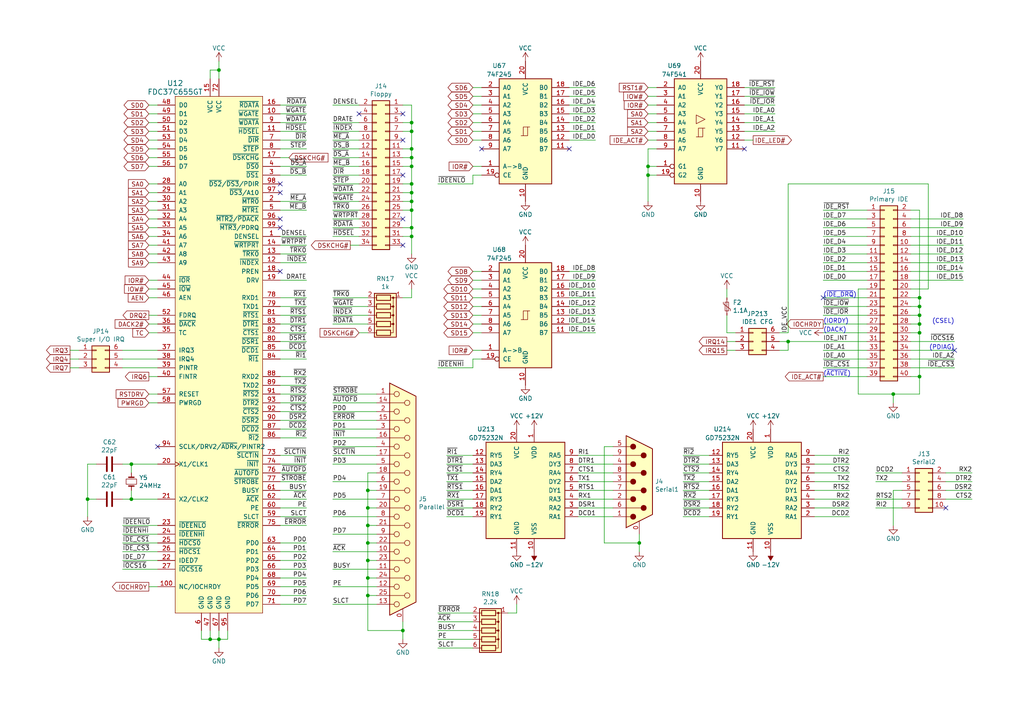
<source format=kicad_sch>
(kicad_sch (version 20231120) (generator "eeschema") (generator_version "8.0")
  (paper "A4")
  (title_block (title "PC110"))
  (junction (at 119.38 43.18))
  (junction (at 25.4 144.78))
  (junction (at 106.68 172.72))
  (junction (at 63.5 185.42))
  (junction (at 259.08 114.3))
  (junction (at 266.7 88.9))
  (junction (at 106.68 152.4))
  (junction (at 119.38 35.56))
  (junction (at 106.68 142.24))
  (junction (at 106.68 167.64))
  (junction (at 63.5 20.32))
  (junction (at 119.38 45.72))
  (junction (at 106.68 162.56))
  (junction (at 266.7 91.44))
  (junction (at 187.96 48.26))
  (junction (at 266.7 86.36))
  (junction (at 266.7 109.22))
  (junction (at 106.68 147.32))
  (junction (at 116.84 182.88))
  (junction (at 266.7 93.98))
  (junction (at 187.96 50.8))
  (junction (at 60.96 185.42))
  (junction (at 119.38 68.58))
  (junction (at 38.1 144.78))
  (junction (at 119.38 53.34))
  (junction (at 106.68 157.48))
  (junction (at 119.38 66.04))
  (junction (at 119.38 55.88))
  (junction (at 119.38 38.1))
  (junction (at 185.42 157.48))
  (junction (at 266.7 96.52))
  (junction (at 119.38 60.96))
  (junction (at 119.38 48.26))
  (junction (at 119.38 58.42))
  (junction (at 38.1 134.62))
  (junction (at 228.6 99.06))
  (no_connect (at 116.84 40.64))
  (no_connect (at 81.28 63.5))
  (no_connect (at 116.84 63.5))
  (no_connect (at 104.14 33.02))
  (no_connect (at 116.84 71.12))
  (no_connect (at 45.72 129.54))
  (no_connect (at 215.9 43.18))
  (no_connect (at 139.7 43.18))
  (no_connect (at 238.76 86.36))
  (no_connect (at 276.86 101.6))
  (no_connect (at 81.28 53.34))
  (no_connect (at 274.32 147.32))
  (no_connect (at 116.84 33.02))
  (no_connect (at 116.84 50.8))
  (no_connect (at 81.28 78.74))
  (no_connect (at 165.1 43.18))
  (no_connect (at 81.28 66.04))
  (no_connect (at 81.28 55.88))
  (wire (pts (xy 264.16 73.66) (xy 279.4 73.66)))
  (wire (pts (xy 266.7 91.44) (xy 266.7 93.98)))
  (wire (pts (xy 137.16 30.48) (xy 139.7 30.48)))
  (wire (pts (xy 45.72 157.48) (xy 35.56 157.48)))
  (wire (pts (xy 109.22 147.32) (xy 106.68 147.32)))
  (wire (pts (xy 251.46 63.5) (xy 238.76 63.5)))
  (wire (pts (xy 266.7 96.52) (xy 266.7 109.22)))
  (wire (pts (xy 264.16 68.58) (xy 279.4 68.58)))
  (wire (pts (xy 251.46 88.9) (xy 238.76 88.9)))
  (wire (pts (xy 81.28 114.3) (xy 88.9 114.3)))
  (wire (pts (xy 109.22 167.64) (xy 106.68 167.64)))
  (wire (pts (xy 266.7 93.98) (xy 266.7 96.52)))
  (wire (pts (xy 104.14 48.26) (xy 96.52 48.26)))
  (wire (pts (xy 175.26 157.48) (xy 185.42 157.48)))
  (wire (pts (xy 137.16 50.8) (xy 137.16 53.34)))
  (wire (pts (xy 213.36 96.52) (xy 210.82 96.52)))
  (wire (pts (xy 137.16 35.56) (xy 139.7 35.56)))
  (wire (pts (xy 246.38 137.16) (xy 236.22 137.16)))
  (wire (pts (xy 264.16 83.82) (xy 269.24 83.82)))
  (wire (pts (xy 81.28 38.1) (xy 88.9 38.1)))
  (wire (pts (xy 205.74 137.16) (xy 198.12 137.16)))
  (wire (pts (xy 45.72 60.96) (xy 43.18 60.96)))
  (wire (pts (xy 274.32 139.7) (xy 281.94 139.7)))
  (wire (pts (xy 45.72 55.88) (xy 43.18 55.88)))
  (wire (pts (xy 109.22 160.02) (xy 96.52 160.02)))
  (wire (pts (xy 137.16 104.14) (xy 139.7 104.14)))
  (wire (pts (xy 81.28 101.6) (xy 88.9 101.6)))
  (wire (pts (xy 210.82 101.6) (xy 213.36 101.6)))
  (wire (pts (xy 45.72 48.26) (xy 43.18 48.26)))
  (wire (pts (xy 261.62 147.32) (xy 254 147.32)))
  (wire (pts (xy 226.06 101.6) (xy 228.6 101.6)))
  (wire (pts (xy 63.5 20.32) (xy 60.96 20.32)))
  (wire (pts (xy 81.28 48.26) (xy 88.9 48.26)))
  (wire (pts (xy 137.16 182.88) (xy 127 182.88)))
  (wire (pts (xy 264.16 66.04) (xy 279.4 66.04)))
  (wire (pts (xy 106.68 152.4) (xy 106.68 157.48)))
  (wire (pts (xy 116.84 180.34) (xy 116.84 182.88)))
  (wire (pts (xy 45.72 91.44) (xy 43.18 91.44)))
  (wire (pts (xy 137.16 93.98) (xy 139.7 93.98)))
  (wire (pts (xy 116.84 182.88) (xy 116.84 185.42)))
  (wire (pts (xy 81.28 124.46) (xy 88.9 124.46)))
  (wire (pts (xy 45.72 58.42) (xy 43.18 58.42)))
  (wire (pts (xy 137.16 187.96) (xy 127 187.96)))
  (wire (pts (xy 266.7 109.22) (xy 266.7 114.3)))
  (wire (pts (xy 187.96 25.4) (xy 190.5 25.4)))
  (wire (pts (xy 35.56 106.68) (xy 45.72 106.68)))
  (wire (pts (xy 35.56 104.14) (xy 45.72 104.14)))
  (wire (pts (xy 246.38 149.86) (xy 236.22 149.86)))
  (wire (pts (xy 137.16 88.9) (xy 139.7 88.9)))
  (wire (pts (xy 104.14 63.5) (xy 96.52 63.5)))
  (wire (pts (xy 104.14 66.04) (xy 96.52 66.04)))
  (wire (pts (xy 45.72 45.72) (xy 43.18 45.72)))
  (wire (pts (xy 165.1 88.9) (xy 172.72 88.9)))
  (wire (pts (xy 137.16 104.14) (xy 137.16 106.68)))
  (wire (pts (xy 215.9 35.56) (xy 224.79 35.56)))
  (wire (pts (xy 104.14 43.18) (xy 96.52 43.18)))
  (wire (pts (xy 251.46 83.82) (xy 248.92 83.82)))
  (wire (pts (xy 190.5 48.26) (xy 187.96 48.26)))
  (wire (pts (xy 137.16 177.8) (xy 127 177.8)))
  (wire (pts (xy 228.6 99.06) (xy 251.46 99.06)))
  (wire (pts (xy 248.92 114.3) (xy 259.08 114.3)))
  (wire (pts (xy 45.72 86.36) (xy 43.18 86.36)))
  (wire (pts (xy 228.6 101.6) (xy 228.6 99.06)))
  (wire (pts (xy 251.46 91.44) (xy 238.76 91.44)))
  (wire (pts (xy 45.72 43.18) (xy 43.18 43.18)))
  (wire (pts (xy 251.46 81.28) (xy 238.76 81.28)))
  (wire (pts (xy 177.8 129.54) (xy 175.26 129.54)))
  (wire (pts (xy 96.52 144.78) (xy 109.22 144.78)))
  (wire (pts (xy 187.96 30.48) (xy 190.5 30.48)))
  (wire (pts (xy 165.1 40.64) (xy 172.72 40.64)))
  (wire (pts (xy 81.28 157.48) (xy 88.9 157.48)))
  (wire (pts (xy 210.82 96.52) (xy 210.82 91.44)))
  (wire (pts (xy 246.38 139.7) (xy 236.22 139.7)))
  (wire (pts (xy 116.84 58.42) (xy 119.38 58.42)))
  (wire (pts (xy 251.46 96.52) (xy 238.76 96.52)))
  (wire (pts (xy 81.28 142.24) (xy 88.9 142.24)))
  (wire (pts (xy 66.04 185.42) (xy 66.04 182.88)))
  (wire (pts (xy 96.52 129.54) (xy 109.22 129.54)))
  (wire (pts (xy 81.28 58.42) (xy 88.9 58.42)))
  (wire (pts (xy 106.68 88.9) (xy 96.52 88.9)))
  (wire (pts (xy 81.28 60.96) (xy 88.9 60.96)))
  (wire (pts (xy 116.84 53.34) (xy 119.38 53.34)))
  (wire (pts (xy 167.64 137.16) (xy 177.8 137.16)))
  (wire (pts (xy 116.84 43.18) (xy 119.38 43.18)))
  (wire (pts (xy 264.16 91.44) (xy 266.7 91.44)))
  (wire (pts (xy 45.72 152.4) (xy 35.56 152.4)))
  (wire (pts (xy 137.16 101.6) (xy 139.7 101.6)))
  (wire (pts (xy 81.28 121.92) (xy 88.9 121.92)))
  (wire (pts (xy 215.9 38.1) (xy 224.79 38.1)))
  (wire (pts (xy 81.28 139.7) (xy 88.9 139.7)))
  (wire (pts (xy 119.38 53.34) (xy 119.38 55.88)))
  (wire (pts (xy 165.1 33.02) (xy 172.72 33.02)))
  (wire (pts (xy 246.38 132.08) (xy 236.22 132.08)))
  (wire (pts (xy 137.16 38.1) (xy 139.7 38.1)))
  (wire (pts (xy 81.28 81.28) (xy 88.9 81.28)))
  (wire (pts (xy 81.28 111.76) (xy 88.9 111.76)))
  (wire (pts (xy 81.28 76.2) (xy 88.9 76.2)))
  (wire (pts (xy 274.32 142.24) (xy 281.94 142.24)))
  (wire (pts (xy 96.52 139.7) (xy 109.22 139.7)))
  (wire (pts (xy 81.28 127) (xy 88.9 127)))
  (wire (pts (xy 261.62 144.78) (xy 254 144.78)))
  (wire (pts (xy 137.16 27.94) (xy 139.7 27.94)))
  (wire (pts (xy 119.38 30.48) (xy 119.38 35.56)))
  (wire (pts (xy 109.22 154.94) (xy 96.52 154.94)))
  (wire (pts (xy 104.14 50.8) (xy 96.52 50.8)))
  (wire (pts (xy 165.1 38.1) (xy 172.72 38.1)))
  (wire (pts (xy 264.16 106.68) (xy 276.86 106.68)))
  (wire (pts (xy 119.38 66.04) (xy 119.38 68.58)))
  (wire (pts (xy 137.16 53.34) (xy 127 53.34)))
  (wire (pts (xy 81.28 132.08) (xy 88.9 132.08)))
  (wire (pts (xy 45.72 73.66) (xy 43.18 73.66)))
  (wire (pts (xy 43.18 170.18) (xy 45.72 170.18)))
  (wire (pts (xy 63.5 182.88) (xy 63.5 185.42)))
  (wire (pts (xy 165.1 27.94) (xy 172.72 27.94)))
  (wire (pts (xy 205.74 134.62) (xy 198.12 134.62)))
  (wire (pts (xy 38.1 144.78) (xy 38.1 142.24)))
  (wire (pts (xy 215.9 27.94) (xy 224.79 27.94)))
  (wire (pts (xy 81.28 96.52) (xy 88.9 96.52)))
  (wire (pts (xy 165.1 35.56) (xy 172.72 35.56)))
  (wire (pts (xy 187.96 38.1) (xy 190.5 38.1)))
  (wire (pts (xy 119.38 45.72) (xy 119.38 48.26)))
  (wire (pts (xy 63.5 20.32) (xy 63.5 17.78)))
  (wire (pts (xy 106.68 162.56) (xy 106.68 167.64)))
  (wire (pts (xy 264.16 76.2) (xy 279.4 76.2)))
  (wire (pts (xy 81.28 172.72) (xy 88.9 172.72)))
  (wire (pts (xy 45.72 81.28) (xy 43.18 81.28)))
  (wire (pts (xy 264.16 101.6) (xy 276.86 101.6)))
  (wire (pts (xy 137.16 137.16) (xy 129.54 137.16)))
  (wire (pts (xy 96.52 124.46) (xy 109.22 124.46)))
  (wire (pts (xy 58.42 185.42) (xy 60.96 185.42)))
  (wire (pts (xy 81.28 68.58) (xy 88.9 68.58)))
  (wire (pts (xy 274.32 137.16) (xy 281.94 137.16)))
  (wire (pts (xy 266.7 88.9) (xy 266.7 91.44)))
  (wire (pts (xy 45.72 109.22) (xy 43.18 109.22)))
  (wire (pts (xy 22.86 106.68) (xy 20.32 106.68)))
  (wire (pts (xy 137.16 86.36) (xy 139.7 86.36)))
  (wire (pts (xy 45.72 33.02) (xy 43.18 33.02)))
  (wire (pts (xy 264.16 99.06) (xy 276.86 99.06)))
  (wire (pts (xy 45.72 68.58) (xy 43.18 68.58)))
  (wire (pts (xy 187.96 48.26) (xy 187.96 50.8)))
  (wire (pts (xy 119.38 38.1) (xy 119.38 43.18)))
  (wire (pts (xy 45.72 76.2) (xy 43.18 76.2)))
  (wire (pts (xy 264.16 88.9) (xy 266.7 88.9)))
  (wire (pts (xy 109.22 149.86) (xy 96.52 149.86)))
  (wire (pts (xy 205.74 144.78) (xy 198.12 144.78)))
  (wire (pts (xy 226.06 99.06) (xy 228.6 99.06)))
  (wire (pts (xy 35.56 165.1) (xy 45.72 165.1)))
  (wire (pts (xy 251.46 106.68) (xy 238.76 106.68)))
  (wire (pts (xy 60.96 185.42) (xy 63.5 185.42)))
  (wire (pts (xy 81.28 134.62) (xy 88.9 134.62)))
  (wire (pts (xy 248.92 83.82) (xy 248.92 114.3)))
  (wire (pts (xy 45.72 83.82) (xy 43.18 83.82)))
  (wire (pts (xy 119.38 43.18) (xy 119.38 45.72)))
  (wire (pts (xy 264.16 93.98) (xy 266.7 93.98)))
  (wire (pts (xy 251.46 71.12) (xy 238.76 71.12)))
  (wire (pts (xy 137.16 134.62) (xy 129.54 134.62)))
  (wire (pts (xy 165.1 96.52) (xy 172.72 96.52)))
  (wire (pts (xy 165.1 86.36) (xy 172.72 86.36)))
  (wire (pts (xy 213.36 99.06) (xy 210.82 99.06)))
  (wire (pts (xy 119.38 35.56) (xy 119.38 38.1)))
  (wire (pts (xy 137.16 91.44) (xy 139.7 91.44)))
  (wire (pts (xy 63.5 185.42) (xy 66.04 185.42)))
  (wire (pts (xy 264.16 96.52) (xy 266.7 96.52)))
  (wire (pts (xy 106.68 137.16) (xy 106.68 142.24)))
  (wire (pts (xy 104.14 71.12) (xy 101.6 71.12)))
  (wire (pts (xy 38.1 134.62) (xy 45.72 134.62)))
  (wire (pts (xy 137.16 81.28) (xy 139.7 81.28)))
  (wire (pts (xy 81.28 170.18) (xy 88.9 170.18)))
  (wire (pts (xy 81.28 50.8) (xy 88.9 50.8)))
  (wire (pts (xy 264.16 60.96) (xy 266.7 60.96)))
  (wire (pts (xy 45.72 63.5) (xy 43.18 63.5)))
  (wire (pts (xy 127 106.68) (xy 137.16 106.68)))
  (wire (pts (xy 109.22 152.4) (xy 106.68 152.4)))
  (wire (pts (xy 35.56 144.78) (xy 38.1 144.78)))
  (wire (pts (xy 246.38 147.32) (xy 236.22 147.32)))
  (wire (pts (xy 246.38 142.24) (xy 236.22 142.24)))
  (wire (pts (xy 104.14 55.88) (xy 96.52 55.88)))
  (wire (pts (xy 274.32 144.78) (xy 281.94 144.78)))
  (wire (pts (xy 116.84 66.04) (xy 119.38 66.04)))
  (wire (pts (xy 226.06 96.52) (xy 228.6 96.52)))
  (wire (pts (xy 106.68 91.44) (xy 96.52 91.44)))
  (wire (pts (xy 167.64 144.78) (xy 177.8 144.78)))
  (wire (pts (xy 60.96 182.88) (xy 60.96 185.42)))
  (wire (pts (xy 165.1 83.82) (xy 172.72 83.82)))
  (wire (pts (xy 137.16 25.4) (xy 139.7 25.4)))
  (wire (pts (xy 45.72 35.56) (xy 43.18 35.56)))
  (wire (pts (xy 81.28 86.36) (xy 88.9 86.36)))
  (wire (pts (xy 25.4 144.78) (xy 25.4 149.86)))
  (wire (pts (xy 137.16 96.52) (xy 139.7 96.52)))
  (wire (pts (xy 119.38 48.26) (xy 119.38 53.34)))
  (wire (pts (xy 109.22 157.48) (xy 106.68 157.48)))
  (wire (pts (xy 45.72 40.64) (xy 43.18 40.64)))
  (wire (pts (xy 109.22 170.18) (xy 96.52 170.18)))
  (wire (pts (xy 81.28 93.98) (xy 88.9 93.98)))
  (wire (pts (xy 251.46 86.36) (xy 238.76 86.36)))
  (wire (pts (xy 81.28 160.02) (xy 88.9 160.02)))
  (wire (pts (xy 22.86 104.14) (xy 20.32 104.14)))
  (wire (pts (xy 35.56 134.62) (xy 38.1 134.62)))
  (wire (pts (xy 106.68 167.64) (xy 106.68 172.72)))
  (wire (pts (xy 259.08 114.3) (xy 266.7 114.3)))
  (wire (pts (xy 167.64 139.7) (xy 177.8 139.7)))
  (wire (pts (xy 137.16 144.78) (xy 129.54 144.78)))
  (wire (pts (xy 45.72 114.3) (xy 43.18 114.3)))
  (wire (pts (xy 167.64 147.32) (xy 177.8 147.32)))
  (wire (pts (xy 106.68 86.36) (xy 96.52 86.36)))
  (wire (pts (xy 109.22 142.24) (xy 106.68 142.24)))
  (wire (pts (xy 109.22 121.92) (xy 96.52 121.92)))
  (wire (pts (xy 45.72 71.12) (xy 43.18 71.12)))
  (wire (pts (xy 45.72 162.56) (xy 35.56 162.56)))
  (wire (pts (xy 81.28 109.22) (xy 88.9 109.22)))
  (wire (pts (xy 137.16 149.86) (xy 129.54 149.86)))
  (wire (pts (xy 251.46 68.58) (xy 238.76 68.58)))
  (wire (pts (xy 264.16 78.74) (xy 279.4 78.74)))
  (wire (pts (xy 137.16 139.7) (xy 129.54 139.7)))
  (wire (pts (xy 251.46 93.98) (xy 238.76 93.98)))
  (wire (pts (xy 266.7 60.96) (xy 266.7 86.36)))
  (wire (pts (xy 45.72 53.34) (xy 43.18 53.34)))
  (wire (pts (xy 175.26 129.54) (xy 175.26 157.48)))
  (wire (pts (xy 187.96 43.18) (xy 187.96 48.26)))
  (wire (pts (xy 45.72 160.02) (xy 35.56 160.02)))
  (wire (pts (xy 25.4 144.78) (xy 25.4 134.62)))
  (wire (pts (xy 104.14 60.96) (xy 96.52 60.96)))
  (wire (pts (xy 261.62 137.16) (xy 254 137.16)))
  (wire (pts (xy 109.22 127) (xy 96.52 127)))
  (wire (pts (xy 246.38 144.78) (xy 236.22 144.78)))
  (wire (pts (xy 104.14 30.48) (xy 96.52 30.48)))
  (wire (pts (xy 185.42 157.48) (xy 185.42 154.94)))
  (wire (pts (xy 251.46 66.04) (xy 238.76 66.04)))
  (wire (pts (xy 60.96 20.32) (xy 60.96 22.86)))
  (wire (pts (xy 81.28 167.64) (xy 88.9 167.64)))
  (wire (pts (xy 81.28 104.14) (xy 88.9 104.14)))
  (wire (pts (xy 45.72 30.48) (xy 43.18 30.48)))
  (wire (pts (xy 264.16 104.14) (xy 276.86 104.14)))
  (wire (pts (xy 58.42 182.88) (xy 58.42 185.42)))
  (wire (pts (xy 81.28 137.16) (xy 88.9 137.16)))
  (wire (pts (xy 109.22 175.26) (xy 96.52 175.26)))
  (wire (pts (xy 187.96 40.64) (xy 190.5 40.64)))
  (wire (pts (xy 45.72 116.84) (xy 43.18 116.84)))
  (wire (pts (xy 137.16 33.02) (xy 139.7 33.02)))
  (wire (pts (xy 81.28 91.44) (xy 88.9 91.44)))
  (wire (pts (xy 38.1 144.78) (xy 45.72 144.78)))
  (wire (pts (xy 116.84 86.36) (xy 119.38 86.36)))
  (wire (pts (xy 25.4 134.62) (xy 27.94 134.62)))
  (wire (pts (xy 81.28 30.48) (xy 88.9 30.48)))
  (wire (pts (xy 264.16 86.36) (xy 266.7 86.36)))
  (wire (pts (xy 116.84 45.72) (xy 119.38 45.72)))
  (wire (pts (xy 104.14 53.34) (xy 96.52 53.34)))
  (wire (pts (xy 261.62 142.24) (xy 259.08 142.24)))
  (wire (pts (xy 81.28 144.78) (xy 88.9 144.78)))
  (wire (pts (xy 81.28 175.26) (xy 88.9 175.26)))
  (wire (pts (xy 228.6 53.34) (xy 269.24 53.34)))
  (wire (pts (xy 106.68 96.52) (xy 104.14 96.52)))
  (wire (pts (xy 106.68 142.24) (xy 106.68 147.32)))
  (wire (pts (xy 165.1 81.28) (xy 172.72 81.28)))
  (wire (pts (xy 205.74 149.86) (xy 198.12 149.86)))
  (wire (pts (xy 109.22 132.08) (xy 96.52 132.08)))
  (wire (pts (xy 251.46 78.74) (xy 238.76 78.74)))
  (wire (pts (xy 63.5 187.96) (xy 63.5 185.42)))
  (wire (pts (xy 215.9 25.4) (xy 224.79 25.4)))
  (wire (pts (xy 137.16 40.64) (xy 139.7 40.64)))
  (wire (pts (xy 205.74 142.24) (xy 198.12 142.24)))
  (wire (pts (xy 167.64 142.24) (xy 177.8 142.24)))
  (wire (pts (xy 165.1 91.44) (xy 172.72 91.44)))
  (wire (pts (xy 45.72 93.98) (xy 43.18 93.98)))
  (wire (pts (xy 81.28 149.86) (xy 88.9 149.86)))
  (wire (pts (xy 264.16 109.22) (xy 266.7 109.22)))
  (wire (pts (xy 119.38 58.42) (xy 119.38 60.96)))
  (wire (pts (xy 106.68 157.48) (xy 106.68 162.56)))
  (wire (pts (xy 228.6 96.52) (xy 228.6 53.34)))
  (wire (pts (xy 165.1 78.74) (xy 172.72 78.74)))
  (wire (pts (xy 266.7 86.36) (xy 266.7 88.9)))
  (wire (pts (xy 106.68 147.32) (xy 106.68 152.4)))
  (wire (pts (xy 251.46 76.2) (xy 238.76 76.2)))
  (wire (pts (xy 190.5 50.8) (xy 187.96 50.8)))
  (wire (pts (xy 251.46 104.14) (xy 238.76 104.14)))
  (wire (pts (xy 106.68 172.72) (xy 106.68 182.88)))
  (wire (pts (xy 116.84 60.96) (xy 119.38 60.96)))
  (wire (pts (xy 104.14 38.1) (xy 96.52 38.1)))
  (wire (pts (xy 109.22 172.72) (xy 106.68 172.72)))
  (wire (pts (xy 81.28 165.1) (xy 88.9 165.1)))
  (wire (pts (xy 96.52 119.38) (xy 109.22 119.38)))
  (wire (pts (xy 215.9 40.64) (xy 218.44 40.64)))
  (wire (pts (xy 251.46 109.22) (xy 238.76 109.22)))
  (wire (pts (xy 81.28 43.18) (xy 88.9 43.18)))
  (wire (pts (xy 187.96 43.18) (xy 190.5 43.18)))
  (wire (pts (xy 167.64 149.86) (xy 177.8 149.86)))
  (wire (pts (xy 106.68 182.88) (xy 116.84 182.88)))
  (wire (pts (xy 109.22 137.16) (xy 106.68 137.16)))
  (wire (pts (xy 116.84 55.88) (xy 119.38 55.88)))
  (wire (pts (xy 109.22 162.56) (xy 106.68 162.56)))
  (wire (pts (xy 264.16 71.12) (xy 279.4 71.12)))
  (wire (pts (xy 119.38 68.58) (xy 119.38 73.66)))
  (wire (pts (xy 20.32 101.6) (xy 22.86 101.6)))
  (wire (pts (xy 210.82 86.36) (xy 210.82 83.82)))
  (wire (pts (xy 149.86 177.8) (xy 149.86 175.26)))
  (wire (pts (xy 259.08 142.24) (xy 259.08 152.4)))
  (wire (pts (xy 96.52 114.3) (xy 109.22 114.3)))
  (wire (pts (xy 137.16 180.34) (xy 127 180.34)))
  (wire (pts (xy 187.96 33.02) (xy 190.5 33.02)))
  (wire (pts (xy 81.28 73.66) (xy 88.9 73.66)))
  (wire (pts (xy 35.56 101.6) (xy 45.72 101.6)))
  (wire (pts (xy 167.64 132.08) (xy 177.8 132.08)))
  (wire (pts (xy 187.96 27.94) (xy 190.5 27.94)))
  (wire (pts (xy 251.46 101.6) (xy 238.76 101.6)))
  (wire (pts (xy 81.28 33.02) (xy 88.9 33.02)))
  (wire (pts (xy 81.28 40.64) (xy 88.9 40.64)))
  (wire (pts (xy 215.9 30.48) (xy 224.79 30.48)))
  (wire (pts (xy 63.5 22.86) (xy 63.5 20.32)))
  (wire (pts (xy 116.84 30.48) (xy 119.38 30.48)))
  (wire (pts (xy 104.14 45.72) (xy 96.52 45.72)))
  (wire (pts (xy 106.68 93.98) (xy 96.52 93.98)))
  (wire (pts (xy 116.84 48.26) (xy 119.38 48.26)))
  (wire (pts (xy 81.28 35.56) (xy 88.9 35.56)))
  (wire (pts (xy 137.16 147.32) (xy 129.54 147.32)))
  (wire (pts (xy 104.14 40.64) (xy 96.52 40.64)))
  (wire (pts (xy 81.28 45.72) (xy 83.82 45.72)))
  (wire (pts (xy 139.7 50.8) (xy 137.16 50.8)))
  (wire (pts (xy 137.16 185.42) (xy 127 185.42)))
  (wire (pts (xy 81.28 119.38) (xy 88.9 119.38)))
  (wire (pts (xy 81.28 147.32) (xy 88.9 147.32)))
  (wire (pts (xy 137.16 83.82) (xy 139.7 83.82)))
  (wire (pts (xy 81.28 88.9) (xy 88.9 88.9)))
  (wire (pts (xy 251.46 73.66) (xy 238.76 73.66)))
  (wire (pts (xy 264.16 81.28) (xy 279.4 81.28)))
  (wire (pts (xy 215.9 33.02) (xy 224.79 33.02)))
  (wire (pts (xy 251.46 60.96) (xy 238.76 60.96)))
  (wire (pts (xy 264.16 63.5) (xy 279.4 63.5)))
  (wire (pts (xy 205.74 132.08) (xy 198.12 132.08)))
  (wire (pts (xy 81.28 99.06) (xy 88.9 99.06)))
  (wire (pts (xy 165.1 30.48) (xy 172.72 30.48)))
  (wire (pts (xy 185.42 157.48) (xy 185.42 160.02)))
  (wire (pts (xy 38.1 134.62) (xy 38.1 137.16)))
  (wire (pts (xy 205.74 147.32) (xy 198.12 147.32)))
  (wire (pts (xy 104.14 35.56) (xy 96.52 35.56)))
  (wire (pts (xy 104.14 68.58) (xy 96.52 68.58)))
  (wire (pts (xy 147.32 177.8) (xy 149.86 177.8)))
  (wire (pts (xy 259.08 116.84) (xy 259.08 114.3)))
  (wire (pts (xy 137.16 48.26) (xy 139.7 48.26)))
  (wire (pts (xy 167.64 134.62) (xy 177.8 134.62)))
  (wire (pts (xy 116.84 35.56) (xy 119.38 35.56)))
  (wire (pts (xy 119.38 55.88) (xy 119.38 58.42)))
  (wire (pts (xy 116.84 68.58) (xy 119.38 68.58)))
  (wire (pts (xy 104.14 58.42) (xy 96.52 58.42)))
  (wire (pts (xy 81.28 116.84) (xy 88.9 116.84)))
  (wire (pts (xy 246.38 134.62) (xy 236.22 134.62)))
  (wire (pts (xy 165.1 93.98) (xy 172.72 93.98)))
  (wire (pts (xy 261.62 139.7) (xy 254 139.7)))
  (wire (pts (xy 45.72 66.04) (xy 43.18 66.04)))
  (wire (pts (xy 27.94 144.78) (xy 25.4 144.78)))
  (wire (pts (xy 165.1 25.4) (xy 172.72 25.4)))
  (wire (pts (xy 187.96 50.8) (xy 187.96 58.42)))
  (wire (pts (xy 45.72 38.1) (xy 43.18 38.1)))
  (wire (pts (xy 96.52 116.84) (xy 109.22 116.84)))
  (wire (pts (xy 81.28 152.4) (xy 88.9 152.4)))
  (wire (pts (xy 137.16 132.08) (xy 129.54 132.08)))
  (wire (pts (xy 269.24 53.34) (xy 269.24 83.82)))
  (wire (pts (xy 96.52 134.62) (xy 109.22 134.62)))
  (wire (pts (xy 137.16 142.24) (xy 129.54 142.24)))
  (wire (pts (xy 187.96 35.56) (xy 190.5 35.56)))
  (wire (pts (xy 137.16 78.74) (xy 139.7 78.74)))
  (wire (pts (xy 81.28 71.12) (xy 88.9 71.12)))
  (wire (pts (xy 81.28 162.56) (xy 88.9 162.56)))
  (wire (pts (xy 119.38 86.36) (xy 119.38 83.82)))
  (wire (pts (xy 119.38 60.96) (xy 119.38 66.04)))
  (wire (pts (xy 109.22 165.1) (xy 96.52 165.1)))
  (wire (pts (xy 45.72 154.94) (xy 35.56 154.94)))
  (wire (pts (xy 45.72 96.52) (xy 43.18 96.52)))
  (wire (pts (xy 205.74 139.7) (xy 198.12 139.7)))
  (wire (pts (xy 116.84 38.1) (xy 119.38 38.1)))
  (text "(PDIAG)" (at 276.86 101.6 0) (effects (font (size 1.27 1.27)) (justify right bottom)))
  (text "(~{IDE_DRQ})" (at 238.76 86.36 0) (effects (font (size 1.27 1.27)) (justify left bottom)))
  (text "(~{ACTIVE})" (at 238.76 109.22 0) (effects (font (size 1.27 1.27)) (justify left bottom)))
  (text "(CSEL)" (at 276.86 93.98 0) (effects (font (size 1.27 1.27)) (justify right bottom)))
  (text "(IORDY)" (at 238.76 93.98 0) (effects (font (size 1.27 1.27)) (justify left bottom)))
  (text "(DACK)" (at 238.76 96.52 0) (effects (font (size 1.27 1.27)) (justify left bottom)))
  (label "~{IOCS16}" (at 35.56 165.1 0))
  (label "IDE_D0" (at 172.72 40.64 180))
  (label "~{IDE_IOR}" (at 224.79 30.48 180))
  (label "~{INIT}" (at 96.52 127 0))
  (label "RI2" (at 254 147.32 0))
  (label "IDE_D10" (at 172.72 83.82 180))
  (label "~{IDE_IOW}" (at 224.79 27.94 180))
  (label "~{STEP}" (at 88.9 43.18 180))
  (label "PD7" (at 88.9 175.26 180))
  (label "IDE_D3" (at 172.72 33.02 180))
  (label "~{IDEENHI}" (at 35.56 154.94 0))
  (label "~{RTS2}" (at 198.12 142.24 0))
  (label "IDE_D7" (at 238.76 63.5 0))
  (label "~{RX2}" (at 88.9 109.22 180))
  (label "BUSY" (at 127 182.88 0))
  (label "~{IDE_CS1}" (at 238.76 106.68 0))
  (label "~{SLCTIN}" (at 96.52 132.08 0))
  (label "BUSY" (at 96.52 165.1 0))
  (label "~{ACK}" (at 127 180.34 0))
  (label "TX2" (at 254 139.7 0))
  (label "IDE_D2" (at 238.76 76.2 0))
  (label "~{WRTPRT}" (at 96.52 63.5 0))
  (label "~{CTS1}" (at 88.9 96.52 180))
  (label "DTR2" (at 281.94 139.7 180))
  (label "~{RTS2}" (at 88.9 114.3 180))
  (label "~{WRTPRT}" (at 88.9 71.12 180))
  (label "DENSEL" (at 88.9 68.58 180))
  (label "IDE_D13" (at 172.72 91.44 180))
  (label "CTS1" (at 167.64 137.16 0))
  (label "PD5" (at 88.9 170.18 180))
  (label "~{RDATA}" (at 96.52 93.98 0))
  (label "~{ACK}" (at 96.52 160.02 0))
  (label "IDE_D10" (at 279.4 68.58 180))
  (label "IDE_A0" (at 224.79 33.02 180))
  (label "~{ERROR}" (at 96.52 121.92 0))
  (label "~{DCD2}" (at 88.9 124.46 180))
  (label "~{TX1}" (at 129.54 139.7 0))
  (label "~{IDEENLO}" (at 127 53.34 0))
  (label "IDE_D4" (at 238.76 71.12 0))
  (label "~{DTR2}" (at 198.12 134.62 0))
  (label "PD4" (at 88.9 167.64 180))
  (label "PD2" (at 96.52 129.54 0))
  (label "~{IDE_RST}" (at 238.76 60.96 0))
  (label "~{WGATE}" (at 96.52 88.9 0))
  (label "PD1" (at 88.9 160.02 180))
  (label "PD0" (at 88.9 157.48 180))
  (label "PD6" (at 88.9 172.72 180))
  (label "RI2" (at 246.38 132.08 180))
  (label "IDE_A0" (at 238.76 104.14 0))
  (label "~{RX2}" (at 198.12 144.78 0))
  (label "~{IDE_IOR}" (at 238.76 91.44 0))
  (label "TX1" (at 167.64 139.7 0))
  (label "IDE_VCC" (at 228.6 96.52 90))
  (label "~{WGATE}" (at 96.52 58.42 0))
  (label "SLCT" (at 88.9 149.86 180))
  (label "IDE_D14" (at 279.4 78.74 180))
  (label "~{INDEX}" (at 96.52 38.1 0))
  (label "~{STROBE}" (at 88.9 139.7 180))
  (label "~{ME_B}" (at 88.9 60.96 180))
  (label "IDE_D12" (at 172.72 88.9 180))
  (label "~{AUTOFD}" (at 96.52 116.84 0))
  (label "~{DS_A}" (at 88.9 48.26 180))
  (label "IDE_D15" (at 279.4 81.28 180))
  (label "~{IDEENLO}" (at 35.56 152.4 0))
  (label "~{DTR1}" (at 129.54 134.62 0))
  (label "~{RDATA}" (at 88.9 30.48 180))
  (label "~{RI1}" (at 88.9 104.14 180))
  (label "~{ME_B}" (at 96.52 48.26 0))
  (label "~{INDEX}" (at 96.52 91.44 0))
  (label "~{DCD2}" (at 198.12 149.86 0))
  (label "~{AUTOFD}" (at 88.9 137.16 180))
  (label "IDE_D14" (at 172.72 93.98 180))
  (label "RX2" (at 246.38 144.78 180))
  (label "~{ACK}" (at 88.9 144.78 180))
  (label "PD3" (at 96.52 134.62 0))
  (label "IDE_D2" (at 172.72 35.56 180))
  (label "IDE_D1" (at 238.76 78.74 0))
  (label "SLCT" (at 127 187.96 0))
  (label "DCD2" (at 254 137.16 0))
  (label "PD2" (at 88.9 162.56 180))
  (label "~{TX2}" (at 198.12 139.7 0))
  (label "~{CTS2}" (at 198.12 137.16 0))
  (label "DTR1" (at 167.64 134.62 0))
  (label "RTS2" (at 246.38 142.24 180))
  (label "DCD1" (at 167.64 149.86 0))
  (label "~{WDATA}" (at 88.9 35.56 180))
  (label "PE" (at 88.9 147.32 180))
  (label "DENSEL" (at 96.52 30.48 0))
  (label "~{ERROR}" (at 88.9 152.4 180))
  (label "~{RI2}" (at 88.9 127 180))
  (label "IDE_D0" (at 238.76 81.28 0))
  (label "PD4" (at 96.52 139.7 0))
  (label "~{ME_A}" (at 88.9 58.42 180))
  (label "~{WDATA}" (at 96.52 55.88 0))
  (label "PD7" (at 96.52 154.94 0))
  (label "SLCT" (at 96.52 175.26 0))
  (label "~{DTR2}" (at 88.9 116.84 180))
  (label "IDE_D1" (at 172.72 38.1 180))
  (label "~{INDEX}" (at 88.9 76.2 180))
  (label "~{DCD1}" (at 129.54 149.86 0))
  (label "IDE_D13" (at 279.4 76.2 180))
  (label "~{ERROR}" (at 127 177.8 0))
  (label "IDE_D5" (at 238.76 68.58 0))
  (label "IDE_D12" (at 279.4 73.66 180))
  (label "~{IDE_IOW}" (at 238.76 88.9 0))
  (label "~{TRK0}" (at 88.9 73.66 180))
  (label "~{DSR1}" (at 129.54 147.32 0))
  (label "~{TX1}" (at 88.9 88.9 180))
  (label "PD1" (at 96.52 124.46 0))
  (label "~{DSR1}" (at 88.9 99.06 180))
  (label "IDE_D11" (at 172.72 86.36 180))
  (label "IDE_D4" (at 172.72 30.48 180))
  (label "PE" (at 127 185.42 0))
  (label "~{CTS2}" (at 88.9 119.38 180))
  (label "BUSY" (at 88.9 142.24 180))
  (label "~{IOCS16}" (at 276.86 99.06 180))
  (label "~{IDE_CS3}" (at 276.86 106.68 180))
  (label "IDE_D6" (at 172.72 25.4 180))
  (label "~{RI1}" (at 129.54 132.08 0))
  (label "IDE_D9" (at 279.4 66.04 180))
  (label "~{STEP}" (at 96.52 53.34 0))
  (label "~{RDATA}" (at 96.52 66.04 0))
  (label "IDE_D11" (at 279.4 71.12 180))
  (label "~{SLCTIN}" (at 88.9 132.08 180))
  (label "~{DTR1}" (at 88.9 93.98 180))
  (label "~{RX1}" (at 88.9 86.36 180))
  (label "~{RI2}" (at 198.12 132.08 0))
  (label "IDE_A1" (at 238.76 101.6 0))
  (label "~{RTS1}" (at 88.9 91.44 180))
  (label "~{CTS1}" (at 129.54 137.16 0))
  (label "IDE_A2" (at 224.79 38.1 180))
  (label "~{DIR}" (at 96.52 50.8 0))
  (label "~{IDE_RST}" (at 224.79 25.4 180))
  (label "~{DIR}" (at 88.9 40.64 180))
  (label "IDE_D7" (at 35.56 162.56 0))
  (label "PE" (at 96.52 170.18 0))
  (label "PD0" (at 96.52 119.38 0))
  (label "PD6" (at 96.52 149.86 0))
  (label "~{DS_A}" (at 96.52 45.72 0))
  (label "RTS2" (at 254 144.78 0))
  (label "~{IDE_CS1}" (at 35.56 157.48 0))
  (label "RX2" (at 281.94 137.16 180))
  (label "IDE_D5" (at 172.72 27.94 180))
  (label "CTS2" (at 246.38 137.16 180))
  (label "~{DCD1}" (at 88.9 101.6 180))
  (label "~{STROBE}" (at 96.52 114.3 0))
  (label "~{DSR2}" (at 88.9 121.92 180))
  (label "IDE_D8" (at 279.4 63.5 180))
  (label "~{INIT}" (at 88.9 134.62 180))
  (label "DRATE" (at 96.52 35.56 0))
  (label "DCD2" (at 246.38 149.86 180))
  (label "IDE_A2" (at 276.86 104.14 180))
  (label "PD5" (at 96.52 144.78 0))
  (label "DSR2" (at 246.38 147.32 180))
  (label "DSR1" (at 167.64 147.32 0))
  (label "~{ME_A}" (at 96.52 40.64 0))
  (label "~{IDE_CS3}" (at 35.56 160.02 0))
  (label "IDE_D15" (at 172.72 96.52 180))
  (label "~{TX2}" (at 88.9 111.76 180))
  (label "IDE_INT" (at 238.76 99.06 0))
  (label "IDE_D9" (at 172.72 81.28 180))
  (label "IDE_D6" (at 238.76 66.04 0))
  (label "~{DS_B}" (at 88.9 50.8 180))
  (label "~{WGATE}" (at 88.9 33.02 180))
  (label "DRATE" (at 88.9 81.28 180))
  (label "~{IDEENHI}" (at 127 106.68 0))
  (label "~{HDSEL}" (at 96.52 68.58 0))
  (label "CTS2" (at 281.94 144.78 180))
  (label "DSR2" (at 281.94 142.24 180))
  (label "~{RX1}" (at 129.54 144.78 0))
  (label "RX1" (at 167.64 144.78 0))
  (label "IDE_D3" (at 238.76 73.66 0))
  (label "IDE_D8" (at 172.72 78.74 180))
  (label "~{RTS1}" (at 129.54 142.24 0))
  (label "~{HDSEL}" (at 88.9 38.1 180))
  (label "~{TRK0}" (at 96.52 86.36 0))
  (label "~{DSR2}" (at 198.12 147.32 0))
  (label "IDE_A1" (at 224.79 35.56 180))
  (label "TX2" (at 246.38 139.7 180))
  (label "RI1" (at 167.64 132.08 0))
  (label "~{TRK0}" (at 96.52 60.96 0))
  (label "PD3" (at 88.9 165.1 180))
  (label "DTR2" (at 246.38 134.62 180))
  (label "~{DS_B}" (at 96.52 43.18 0))
  (label "RTS1" (at 167.64 142.24 0))
  (global_label "SD4" (shape bidirectional) (at 43.18 40.64 180) (property "Intersheetrefs" "${INTERSHEET_REFS}" (effects (hide yes))))
  (global_label "DSKCHG#" (shape input) (at 83.82 45.72 0) (property "Intersheetrefs" "${INTERSHEET_REFS}" (effects (hide yes))))
  (global_label "IOW#" (shape input) (at 187.96 27.94 180) (property "Intersheetrefs" "${INTERSHEET_REFS}" (effects (hide yes))))
  (global_label "SD2" (shape bidirectional) (at 43.18 35.56 180) (property "Intersheetrefs" "${INTERSHEET_REFS}" (effects (hide yes))))
  (global_label "SD8" (shape bidirectional) (at 137.16 78.74 180) (property "Intersheetrefs" "${INTERSHEET_REFS}" (effects (hide yes))))
  (global_label "SA5" (shape input) (at 43.18 66.04 180) (property "Intersheetrefs" "${INTERSHEET_REFS}" (effects (hide yes))))
  (global_label "SA2" (shape input) (at 187.96 38.1 180) (property "Intersheetrefs" "${INTERSHEET_REFS}" (effects (hide yes))))
  (global_label "SD10" (shape bidirectional) (at 137.16 83.82 180) (property "Intersheetrefs" "${INTERSHEET_REFS}" (effects (hide yes))))
  (global_label "SA4" (shape input) (at 43.18 63.5 180) (property "Intersheetrefs" "${INTERSHEET_REFS}" (effects (hide yes))))
  (global_label "SA0" (shape input) (at 187.96 33.02 180) (property "Intersheetrefs" "${INTERSHEET_REFS}" (effects (hide yes))))
  (global_label "DRQ2" (shape output) (at 43.18 91.44 180) (property "Intersheetrefs" "${INTERSHEET_REFS}" (effects (hide yes))))
  (global_label "SA6" (shape input) (at 43.18 68.58 180) (property "Intersheetrefs" "${INTERSHEET_REFS}" (effects (hide yes))))
  (global_label "SA7" (shape input) (at 43.18 71.12 180) (property "Intersheetrefs" "${INTERSHEET_REFS}" (effects (hide yes))))
  (global_label "SD6" (shape bidirectional) (at 43.18 45.72 180) (property "Intersheetrefs" "${INTERSHEET_REFS}" (effects (hide yes))))
  (global_label "IOR#" (shape input) (at 137.16 48.26 180) (property "Intersheetrefs" "${INTERSHEET_REFS}" (effects (hide yes))))
  (global_label "IOW#" (shape input) (at 43.18 83.82 180) (property "Intersheetrefs" "${INTERSHEET_REFS}" (effects (hide yes))))
  (global_label "TC" (shape input) (at 43.18 96.52 180) (property "Intersheetrefs" "${INTERSHEET_REFS}" (effects (hide yes))))
  (global_label "SD11" (shape bidirectional) (at 137.16 86.36 180) (property "Intersheetrefs" "${INTERSHEET_REFS}" (effects (hide yes))))
  (global_label "SD4" (shape bidirectional) (at 137.16 30.48 180) (property "Intersheetrefs" "${INTERSHEET_REFS}" (effects (hide yes))))
  (global_label "SD13" (shape bidirectional) (at 137.16 91.44 180) (property "Intersheetrefs" "${INTERSHEET_REFS}" (effects (hide yes))))
  (global_label "IRQ14" (shape output) (at 210.82 99.06 180) (property "Intersheetrefs" "${INTERSHEET_REFS}" (effects (hide yes))))
  (global_label "SA9" (shape input) (at 43.18 76.2 180) (property "Intersheetrefs" "${INTERSHEET_REFS}" (effects (hide yes))))
  (global_label "PWRGD" (shape input) (at 43.18 116.84 180) (property "Intersheetrefs" "${INTERSHEET_REFS}" (effects (hide yes))))
  (global_label "DSKCHG#" (shape input) (at 104.14 96.52 180) (property "Intersheetrefs" "${INTERSHEET_REFS}" (effects (hide yes))))
  (global_label "IOR#" (shape input) (at 43.18 81.28 180) (property "Intersheetrefs" "${INTERSHEET_REFS}" (effects (hide yes))))
  (global_label "SD9" (shape bidirectional) (at 137.16 81.28 180) (property "Intersheetrefs" "${INTERSHEET_REFS}" (effects (hide yes))))
  (global_label "SA1" (shape input) (at 43.18 55.88 180) (property "Intersheetrefs" "${INTERSHEET_REFS}" (effects (hide yes))))
  (global_label "SD15" (shape bidirectional) (at 137.16 96.52 180) (property "Intersheetrefs" "${INTERSHEET_REFS}" (effects (hide yes))))
  (global_label "SD5" (shape bidirectional) (at 137.16 27.94 180) (property "Intersheetrefs" "${INTERSHEET_REFS}" (effects (hide yes))))
  (global_label "IRQ4" (shape output) (at 20.32 104.14 180) (property "Intersheetrefs" "${INTERSHEET_REFS}" (effects (hide yes))))
  (global_label "RSTDRV" (shape input) (at 43.18 114.3 180) (property "Intersheetrefs" "${INTERSHEET_REFS}" (effects (hide yes))))
  (global_label "SD6" (shape bidirectional) (at 137.16 25.4 180) (property "Intersheetrefs" "${INTERSHEET_REFS}" (effects (hide yes))))
  (global_label "SA8" (shape input) (at 43.18 73.66 180) (property "Intersheetrefs" "${INTERSHEET_REFS}" (effects (hide yes))))
  (global_label "DACK2#" (shape input) (at 43.18 93.98 180) (property "Intersheetrefs" "${INTERSHEET_REFS}" (effects (hide yes))))
  (global_label "SA3" (shape input) (at 43.18 60.96 180) (property "Intersheetrefs" "${INTERSHEET_REFS}" (effects (hide yes))))
  (global_label "IOCHRDY" (shape output) (at 238.76 93.98 180) (property "Intersheetrefs" "${INTERSHEET_REFS}" (effects (hide yes))))
  (global_label "SD14" (shape bidirectional) (at 137.16 93.98 180) (property "Intersheetrefs" "${INTERSHEET_REFS}" (effects (hide yes))))
  (global_label "SD2" (shape bidirectional) (at 137.16 35.56 180) (property "Intersheetrefs" "${INTERSHEET_REFS}" (effects (hide yes))))
  (global_label "IDE_LED#" (shape output) (at 218.44 40.64 0) (property "Intersheetrefs" "${INTERSHEET_REFS}" (effects (hide yes))))
  (global_label "SA2" (shape input) (at 43.18 58.42 180) (property "Intersheetrefs" "${INTERSHEET_REFS}" (effects (hide yes))))
  (global_label "SD3" (shape bidirectional) (at 43.18 38.1 180) (property "Intersheetrefs" "${INTERSHEET_REFS}" (effects (hide yes))))
  (global_label "SD1" (shape bidirectional) (at 137.16 38.1 180) (property "Intersheetrefs" "${INTERSHEET_REFS}" (effects (hide yes))))
  (global_label "SD5" (shape bidirectional) (at 43.18 43.18 180) (property "Intersheetrefs" "${INTERSHEET_REFS}" (effects (hide yes))))
  (global_label "SD12" (shape bidirectional) (at 137.16 88.9 180) (property "Intersheetrefs" "${INTERSHEET_REFS}" (effects (hide yes))))
  (global_label "SD3" (shape bidirectional) (at 137.16 33.02 180) (property "Intersheetrefs" "${INTERSHEET_REFS}" (effects (hide yes))))
  (global_label "AEN" (shape input) (at 43.18 86.36 180) (property "Intersheetrefs" "${INTERSHEET_REFS}" (effects (hide yes))))
  (global_label "IOR#" (shape input) (at 137.16 101.6 180) (property "Intersheetrefs" "${INTERSHEET_REFS}" (effects (hide yes))))
  (global_label "IRQ6" (shape output) (at 43.18 109.22 180) (property "Intersheetrefs" "${INTERSHEET_REFS}" (effects (hide yes))))
  (global_label "IOR#" (shape input) (at 187.96 30.48 180) (property "Intersheetrefs" "${INTERSHEET_REFS}" (effects (hide yes))))
  (global_label "SD0" (shape bidirectional) (at 43.18 30.48 180) (property "Intersheetrefs" "${INTERSHEET_REFS}" (effects (hide yes))))
  (global_label "IRQ7" (shape output) (at 20.32 106.68 180) (property "Intersheetrefs" "${INTERSHEET_REFS}" (effects (hide yes))))
  (global_label "SD0" (shape bidirectional) (at 137.16 40.64 180) (property "Intersheetrefs" "${INTERSHEET_REFS}" (effects (hide yes))))
  (global_label "IOCHRDY" (shape output) (at 43.18 170.18 180) (property "Intersheetrefs" "${INTERSHEET_REFS}" (effects (hide yes))))
  (global_label "SD1" (shape bidirectional) (at 43.18 33.02 180) (property "Intersheetrefs" "${INTERSHEET_REFS}" (effects (hide yes))))
  (global_label "IDE_ACT#" (shape output) (at 238.76 109.22 180) (property "Intersheetrefs" "${INTERSHEET_REFS}" (effects (hide yes))))
  (global_label "RST1#" (shape input) (at 187.96 25.4 180) (property "Intersheetrefs" "${INTERSHEET_REFS}" (effects (hide yes))))
  (global_label "SA1" (shape input) (at 187.96 35.56 180) (property "Intersheetrefs" "${INTERSHEET_REFS}" (effects (hide yes))))
  (global_label "IRQ15" (shape output) (at 210.82 101.6 180) (property "Intersheetrefs" "${INTERSHEET_REFS}" (effects (hide yes))))
  (global_label "SA0" (shape input) (at 43.18 53.34 180) (property "Intersheetrefs" "${INTERSHEET_REFS}" (effects (hide yes))))
  (global_label "DSKCHG#" (shape output) (at 101.6 71.12 180) (property "Intersheetrefs" "${INTERSHEET_REFS}" (effects (hide yes))))
  (global_label "IRQ3" (shape output) (at 20.32 101.6 180) (property "Intersheetrefs" "${INTERSHEET_REFS}" (effects (hide yes))))
  (global_label "IDE_ACT#" (shape input) (at 187.96 40.64 180) (property "Intersheetrefs" "${INTERSHEET_REFS}" (effects (hide yes))))
  (global_label "SD7" (shape bidirectional) (at 43.18 48.26 180) (property "Intersheetrefs" "${INTERSHEET_REFS}" (effects (hide yes))))
  (symbol (lib_id "my_components:FDC37C665GT") (at 63.5 102.87 0) (unit 1)
    (property "Reference" "U12" (at 50.8 24.13 0) (effects (font (size 1.524 1.524))))
    (property "Value" "FDC37C655GT" (at 50.8 26.67 0) (effects (font (size 1.524 1.524))))
    (property "Footprint" "My_Components:IC_PQFP-100_14x20mm_P0.65mm_Hand_Soldering" (effects (hide yes)))
  )
  (symbol (lib_id "power:VCC") (at 63.5 17.78 0) (unit 1)
    (property "Reference" "#PWR0351" (effects (hide yes)))
    (property "Value" "VCC" (at 63.5 13.97 0))
  )
  (symbol (lib_id "power:GND") (at 63.5 187.96 0) (unit 1)
    (property "Reference" "#PWR0352" (effects (hide yes)))
    (property "Value" "GND" (at 63.5 191.77 0))
  )
  (symbol (lib_id "Connector_Generic:Conn_02x03_Counter_Clockwise") (at 27.94 104.14 0) (unit 1)
    (property "Reference" "JP14" (at 29.21 96.0882 0))
    (property "Value" "Super I/O IRQ" (at 29.21 98.3996 0))
    (property "Footprint" "My_Components:Conn_Pin_Header_2x3_2.54mm" (effects (hide yes)))
  )
  (symbol (lib_id "Device:Crystal_Small") (at 38.1 139.7 270) (unit 1)
    (property "Reference" "Y5" (at 40.3352 138.5316 90) (effects (justify left)))
    (property "Value" "24MHz" (at 40.3352 140.843 90) (effects (justify left)))
    (property "Footprint" "My_Components:Crystal_HC-49U_Vert" (effects (hide yes)))
  )
  (symbol (lib_id "Device:C") (at 31.75 134.62 270) (unit 1)
    (property "Reference" "C62" (at 31.75 128.2192 90))
    (property "Value" "22pF" (at 31.75 130.5306 90))
    (property "Footprint" "Capacitor_SMD:C_0603_1608Metric_Pad1.08x0.95mm_HandSolder" (effects (hide yes)))
  )
  (symbol (lib_id "Device:C") (at 31.75 144.78 270) (unit 1)
    (property "Reference" "C61" (at 31.75 138.3792 90))
    (property "Value" "22pF" (at 31.75 140.6906 90))
    (property "Footprint" "Capacitor_SMD:C_0603_1608Metric_Pad1.08x0.95mm_HandSolder" (effects (hide yes)))
  )
  (symbol (lib_id "power:GND") (at 25.4 149.86 0) (unit 1)
    (property "Reference" "#PWR0353" (effects (hide yes)))
    (property "Value" "GND" (at 25.4 153.67 0))
  )
  (symbol (lib_id "Interface_UART:GD75232N") (at 152.4 142.24 0) (unit 1)
    (property "Reference" "U213" (at 140.97 124.46 0))
    (property "Value" "GD75232N" (at 140.97 127 0))
    (property "Footprint" "My_Components:IC_DIP20_300" (effects (hide yes)))
    (property "Datasheet" "http://www.ti.com/lit/ds/symlink/gd75232.pdf" (effects (hide yes)))
  )
  (symbol (lib_id "Connector:DB9_Male_MountingHoles") (at 185.42 139.7 0) (unit 1)
    (property "Reference" "J4" (at 189.992 139.6492 0) (effects (justify left)))
    (property "Value" "Serial1" (at 189.992 141.9606 0) (effects (justify left)))
    (property "Footprint" "My_Components:Conn_Dsub_DE9M" (effects (hide yes)))
    (property "Datasheet" " ~" (effects (hide yes)))
  )
  (symbol (lib_id "power:GND") (at 185.42 160.02 0) (unit 1)
    (property "Reference" "#PWR0354" (effects (hide yes)))
    (property "Value" "GND" (at 185.42 163.83 0))
  )
  (symbol (lib_id "power:GND") (at 149.86 160.02 0) (unit 1)
    (property "Reference" "#PWR0355" (effects (hide yes)))
    (property "Value" "GND" (at 149.86 163.83 0))
  )
  (symbol (lib_id "power:VCC") (at 149.86 124.46 0) (unit 1)
    (property "Reference" "#PWR0356" (effects (hide yes)))
    (property "Value" "VCC" (at 149.86 120.65 0))
  )
  (symbol (lib_id "power:-12V") (at 154.94 160.02 180) (unit 1)
    (property "Reference" "#PWR0357" (effects (hide yes)))
    (property "Value" "-12V" (at 154.94 163.83 0))
  )
  (symbol (lib_id "power:+12V") (at 154.94 124.46 0) (unit 1)
    (property "Reference" "#PWR0358" (effects (hide yes)))
    (property "Value" "+12V" (at 154.94 120.65 0))
  )
  (symbol (lib_id "Connector_Generic:Conn_02x05_Odd_Even") (at 266.7 142.24 0) (unit 1)
    (property "Reference" "J13" (at 267.97 131.6482 0))
    (property "Value" "Serial2" (at 267.97 133.9596 0))
    (property "Footprint" "Connector_PinHeader_2.54mm:PinHeader_2x05_P2.54mm_Vertical" (effects (hide yes)))
  )
  (symbol (lib_id "power:GND") (at 259.08 152.4 0) (unit 1)
    (property "Reference" "#PWR0359" (effects (hide yes)))
    (property "Value" "GND" (at 259.08 156.21 0))
  )
  (symbol (lib_id "Interface_UART:GD75232N") (at 220.98 142.24 0) (unit 1)
    (property "Reference" "U214" (at 209.55 124.46 0))
    (property "Value" "GD75232N" (at 209.55 127 0))
    (property "Footprint" "My_Components:IC_DIP20_300" (effects (hide yes)))
    (property "Datasheet" "http://www.ti.com/lit/ds/symlink/gd75232.pdf" (effects (hide yes)))
  )
  (symbol (lib_id "power:GND") (at 218.44 160.02 0) (unit 1)
    (property "Reference" "#PWR0360" (effects (hide yes)))
    (property "Value" "GND" (at 218.44 163.83 0))
  )
  (symbol (lib_id "power:VCC") (at 218.44 124.46 0) (unit 1)
    (property "Reference" "#PWR0361" (effects (hide yes)))
    (property "Value" "VCC" (at 218.44 120.65 0))
  )
  (symbol (lib_id "power:-12V") (at 223.52 160.02 180) (unit 1)
    (property "Reference" "#PWR0362" (effects (hide yes)))
    (property "Value" "-12V" (at 223.52 163.83 0))
  )
  (symbol (lib_id "power:+12V") (at 223.52 124.46 0) (unit 1)
    (property "Reference" "#PWR0363" (effects (hide yes)))
    (property "Value" "+12V" (at 223.52 120.65 0))
  )
  (symbol (lib_id "Connector_Generic:Conn_02x17_Odd_Even") (at 111.76 50.8 0) (mirror y) (unit 1)
    (property "Reference" "J14" (at 110.49 24.9682 0))
    (property "Value" "Floppy" (at 110.49 27.2796 0))
    (property "Footprint" "My_Components:Conn_Pin_Header_17x2_2.54mm_Shrouded" (effects (hide yes)))
  )
  (symbol (lib_id "power:GND") (at 119.38 73.66 0) (unit 1)
    (property "Reference" "#PWR0364" (effects (hide yes)))
    (property "Value" "GND" (at 119.38 77.47 0))
  )
  (symbol (lib_id "Device:R_Network05") (at 111.76 91.44 270) (unit 1)
    (property "Reference" "RN17" (at 111.76 80.8482 90))
    (property "Value" "1k" (at 111.76 83.1596 90))
    (property "Footprint" "Resistor_THT:R_Array_SIP6" (effects (hide yes)))
    (property "Datasheet" "http://www.vishay.com/docs/31509/csc.pdf" (effects (hide yes)))
  )
  (symbol (lib_id "power:VCC") (at 119.38 83.82 0) (unit 1)
    (property "Reference" "#PWR0365" (effects (hide yes)))
    (property "Value" "VCC" (at 119.38 80.01 0))
  )
  (symbol (lib_id "Connector:DB25_Female_MountingHoles") (at 116.84 144.78 0) (unit 1)
    (property "Reference" "J5" (at 121.412 144.7292 0) (effects (justify left)))
    (property "Value" "Parallel" (at 121.412 147.0406 0) (effects (justify left)))
    (property "Footprint" "My_Components:Conn_Dsub_DB25F" (effects (hide yes)))
    (property "Datasheet" " ~" (effects (hide yes)))
  )
  (symbol (lib_id "power:GND") (at 116.84 185.42 0) (unit 1)
    (property "Reference" "#PWR0366" (effects (hide yes)))
    (property "Value" "GND" (at 116.84 189.23 0))
  )
  (symbol (lib_id "Device:R_Network05") (at 142.24 182.88 270) (unit 1)
    (property "Reference" "RN18" (at 142.24 172.2882 90))
    (property "Value" "2.2k" (at 142.24 174.5996 90))
    (property "Footprint" "Resistor_THT:R_Array_SIP6" (effects (hide yes)))
    (property "Datasheet" "http://www.vishay.com/docs/31509/csc.pdf" (effects (hide yes)))
  )
  (symbol (lib_id "power:VCC") (at 149.86 175.26 0) (unit 1)
    (property "Reference" "#PWR0367" (effects (hide yes)))
    (property "Value" "VCC" (at 149.86 171.45 0))
  )
  (symbol (lib_id "Connector_Generic:Conn_02x20_Odd_Even") (at 256.54 83.82 0) (unit 1)
    (property "Reference" "J15" (at 257.81 55.4482 0))
    (property "Value" "Primary IDE" (at 257.81 57.7596 0))
    (property "Footprint" "My_Components:Conn_Pin_Header_20x2_2.54mm" (effects (hide yes)))
  )
  (symbol (lib_id "power:GND") (at 259.08 116.84 0) (unit 1)
    (property "Reference" "#PWR0368" (effects (hide yes)))
    (property "Value" "GND" (at 259.08 120.65 0))
  )
  (symbol (lib_id "74xx:74LS245") (at 152.4 38.1 0) (unit 1)
    (property "Reference" "U67" (at 144.78 19.05 0))
    (property "Value" "74F245" (at 144.78 21.59 0))
    (property "Footprint" "My_Components:IC_DIP20_300" (effects (hide yes)))
    (property "Datasheet" "http://www.ti.com/lit/gpn/sn74LS245" (effects (hide yes)))
  )
  (symbol (lib_id "74xx:74LS245") (at 152.4 91.44 0) (unit 1)
    (property "Reference" "U68" (at 144.78 72.39 0))
    (property "Value" "74F245" (at 144.78 74.93 0))
    (property "Footprint" "My_Components:IC_DIP20_300" (effects (hide yes)))
    (property "Datasheet" "http://www.ti.com/lit/gpn/sn74LS245" (effects (hide yes)))
  )
  (symbol (lib_id "power:GND") (at 152.4 111.76 0) (unit 1)
    (property "Reference" "#PWR0371" (effects (hide yes)))
    (property "Value" "GND" (at 152.4 115.57 0))
  )
  (symbol (lib_id "power:GND") (at 152.4 58.42 0) (unit 1)
    (property "Reference" "#PWR0372" (effects (hide yes)))
    (property "Value" "GND" (at 152.4 62.23 0))
  )
  (symbol (lib_id "power:VCC") (at 152.4 71.12 0) (unit 1)
    (property "Reference" "#PWR0373" (effects (hide yes)))
    (property "Value" "VCC" (at 152.4 67.31 0))
  )
  (symbol (lib_id "power:VCC") (at 203.2 17.78 0) (unit 1)
    (property "Reference" "#PWR0374" (effects (hide yes)))
    (property "Value" "VCC" (at 203.2 13.97 0))
  )
  (symbol (lib_id "Device:Polyfuse_Small") (at 210.82 88.9 0) (unit 1)
    (property "Reference" "F2" (at 212.5472 87.7316 0) (effects (justify left)))
    (property "Value" "1.1A" (at 212.5472 90.043 0) (effects (justify left)))
    (property "Footprint" "Fuse:Fuse_Littelfuse_395Series" (effects (hide yes)))
  )
  (symbol (lib_id "power:VCC") (at 210.82 83.82 0) (unit 1)
    (property "Reference" "#PWR0375" (effects (hide yes)))
    (property "Value" "VCC" (at 210.82 80.01 0))
  )
  (symbol (lib_id "Connector_Generic:Conn_02x03_Counter_Clockwise") (at 218.44 99.06 0) (unit 1)
    (property "Reference" "JP213" (at 219.71 91.0082 0))
    (property "Value" "IDE1 CFG" (at 219.71 93.3196 0))
    (property "Footprint" "My_Components:Conn_Pin_Header_2x3_2.54mm" (effects (hide yes)))
  )
  (symbol (lib_id "power:VCC") (at 238.76 96.52 90) (unit 1)
    (property "Reference" "#PWR0383" (effects (hide yes)))
    (property "Value" "VCC" (at 233.68 96.52 90))
  )
  (symbol (lib_id "74xx:74LS541") (at 203.2 38.1 0) (unit 1)
    (property "Reference" "U69" (at 195.58 19.05 0))
    (property "Value" "74F541" (at 195.58 21.59 0))
    (property "Footprint" "My_Components:IC_DIP20_300" (effects (hide yes)))
    (property "Datasheet" "http://www.ti.com/lit/gpn/sn74LS541" (effects (hide yes)))
  )
  (symbol (lib_id "power:VCC") (at 152.4 17.78 0) (unit 1)
    (property "Reference" "#PWR0417" (effects (hide yes)))
    (property "Value" "VCC" (at 152.4 13.97 0))
  )
  (symbol (lib_id "power:GND") (at 203.2 58.42 0) (unit 1)
    (property "Reference" "#PWR0418" (effects (hide yes)))
    (property "Value" "GND" (at 203.2 62.23 0))
  )
  (symbol (lib_id "power:GND") (at 187.96 58.42 0) (unit 1)
    (property "Reference" "#PWR0419" (effects (hide yes)))
    (property "Value" "GND" (at 187.96 62.23 0))
  )
)
</source>
